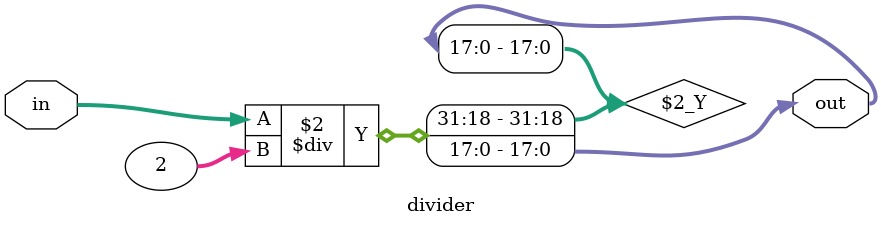
<source format=sv>
module divider #(parameter N = 18, val = 2) //N is the number of bits inputted and outputted, val is the value to divide by
					(input logic [N-1:0] in, output logic [N-1:0] out);

always_comb
	out = in/val; //assign the output to the input divided by val
	
endmodule

</source>
